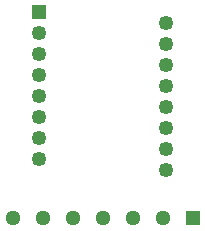
<source format=gbr>
%TF.GenerationSoftware,KiCad,Pcbnew,8.0.7*%
%TF.CreationDate,2024-12-29T17:35:44+09:00*%
%TF.ProjectId,pmw3610_breakout_for_roBa,706d7733-3631-4305-9f62-7265616b6f75,rev?*%
%TF.SameCoordinates,Original*%
%TF.FileFunction,Soldermask,Top*%
%TF.FilePolarity,Negative*%
%FSLAX46Y46*%
G04 Gerber Fmt 4.6, Leading zero omitted, Abs format (unit mm)*
G04 Created by KiCad (PCBNEW 8.0.7) date 2024-12-29 17:35:44*
%MOMM*%
%LPD*%
G01*
G04 APERTURE LIST*
G04 Aperture macros list*
%AMRoundRect*
0 Rectangle with rounded corners*
0 $1 Rounding radius*
0 $2 $3 $4 $5 $6 $7 $8 $9 X,Y pos of 4 corners*
0 Add a 4 corners polygon primitive as box body*
4,1,4,$2,$3,$4,$5,$6,$7,$8,$9,$2,$3,0*
0 Add four circle primitives for the rounded corners*
1,1,$1+$1,$2,$3*
1,1,$1+$1,$4,$5*
1,1,$1+$1,$6,$7*
1,1,$1+$1,$8,$9*
0 Add four rect primitives between the rounded corners*
20,1,$1+$1,$2,$3,$4,$5,0*
20,1,$1+$1,$4,$5,$6,$7,0*
20,1,$1+$1,$6,$7,$8,$9,0*
20,1,$1+$1,$8,$9,$2,$3,0*%
G04 Aperture macros list end*
%ADD10RoundRect,0.187500X-0.437500X0.437500X-0.437500X-0.437500X0.437500X-0.437500X0.437500X0.437500X0*%
%ADD11O,1.250000X1.250000*%
%ADD12R,1.300000X1.300000*%
%ADD13O,1.300000X1.300000*%
G04 APERTURE END LIST*
D10*
%TO.C,U2*%
X130650000Y-81100000D03*
D11*
X130650000Y-82880000D03*
X130650000Y-84660000D03*
X130650000Y-86440000D03*
X130650000Y-88220000D03*
X130650000Y-90000000D03*
X130650000Y-91780000D03*
X130650000Y-93560000D03*
X141350000Y-94450000D03*
X141350000Y-92670000D03*
X141350000Y-90890000D03*
X141350000Y-89110000D03*
X141350000Y-87330000D03*
X141350000Y-85550000D03*
X141350000Y-83770000D03*
X141350000Y-81990000D03*
%TD*%
D12*
%TO.C,J1*%
X143620000Y-98500000D03*
D13*
X141080000Y-98500000D03*
X138540000Y-98500000D03*
X136000000Y-98500000D03*
X133460000Y-98500000D03*
X130920000Y-98500000D03*
X128380000Y-98500000D03*
%TD*%
M02*

</source>
